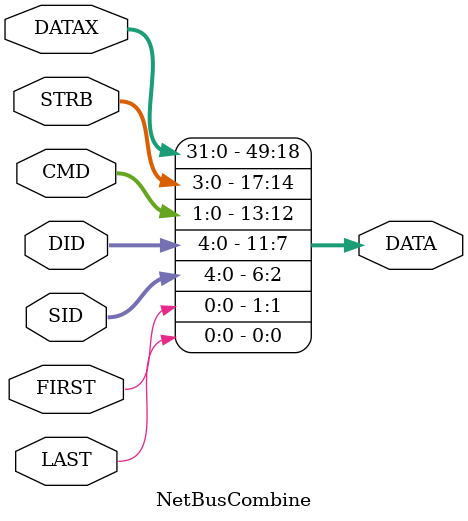
<source format=v>
`timescale 1ns / 1ps

module NetBusCombine#(
	parameter  DATA_WIDTH = 4
)(
    input   [DATA_WIDTH*8-1:0]   DATAX,
    input     [DATA_WIDTH-1:0]   STRB,
    input                [1:0]   CMD,
	input                [4:0]   DID,
    input                [4:0]   SID,
    input                        FIRST,
    input                        LAST,

	output [DATA_WIDTH*9+13:0]   DATA
);

assign DATA = {DATAX,STRB,CMD,DID,SID,FIRST,LAST};

endmodule

</source>
